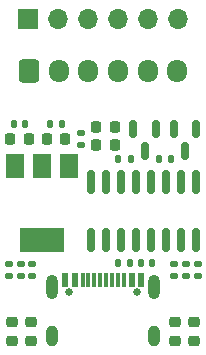
<source format=gbr>
%TF.GenerationSoftware,KiCad,Pcbnew,(6.0.0)*%
%TF.CreationDate,2022-08-06T00:01:33+02:00*%
%TF.ProjectId,bobby-flasher,626f6262-792d-4666-9c61-736865722e6b,rev?*%
%TF.SameCoordinates,Original*%
%TF.FileFunction,Soldermask,Top*%
%TF.FilePolarity,Negative*%
%FSLAX46Y46*%
G04 Gerber Fmt 4.6, Leading zero omitted, Abs format (unit mm)*
G04 Created by KiCad (PCBNEW (6.0.0)) date 2022-08-06 00:01:33*
%MOMM*%
%LPD*%
G01*
G04 APERTURE LIST*
G04 Aperture macros list*
%AMRoundRect*
0 Rectangle with rounded corners*
0 $1 Rounding radius*
0 $2 $3 $4 $5 $6 $7 $8 $9 X,Y pos of 4 corners*
0 Add a 4 corners polygon primitive as box body*
4,1,4,$2,$3,$4,$5,$6,$7,$8,$9,$2,$3,0*
0 Add four circle primitives for the rounded corners*
1,1,$1+$1,$2,$3*
1,1,$1+$1,$4,$5*
1,1,$1+$1,$6,$7*
1,1,$1+$1,$8,$9*
0 Add four rect primitives between the rounded corners*
20,1,$1+$1,$2,$3,$4,$5,0*
20,1,$1+$1,$4,$5,$6,$7,0*
20,1,$1+$1,$6,$7,$8,$9,0*
20,1,$1+$1,$8,$9,$2,$3,0*%
G04 Aperture macros list end*
%ADD10RoundRect,0.150000X-0.150000X0.587500X-0.150000X-0.587500X0.150000X-0.587500X0.150000X0.587500X0*%
%ADD11RoundRect,0.225000X0.225000X0.250000X-0.225000X0.250000X-0.225000X-0.250000X0.225000X-0.250000X0*%
%ADD12RoundRect,0.135000X-0.185000X0.135000X-0.185000X-0.135000X0.185000X-0.135000X0.185000X0.135000X0*%
%ADD13R,1.500000X2.000000*%
%ADD14R,3.800000X2.000000*%
%ADD15RoundRect,0.140000X-0.140000X-0.170000X0.140000X-0.170000X0.140000X0.170000X-0.140000X0.170000X0*%
%ADD16RoundRect,0.150000X0.150000X-0.825000X0.150000X0.825000X-0.150000X0.825000X-0.150000X-0.825000X0*%
%ADD17RoundRect,0.218750X0.256250X-0.218750X0.256250X0.218750X-0.256250X0.218750X-0.256250X-0.218750X0*%
%ADD18RoundRect,0.225000X-0.225000X-0.250000X0.225000X-0.250000X0.225000X0.250000X-0.225000X0.250000X0*%
%ADD19RoundRect,0.135000X0.135000X0.185000X-0.135000X0.185000X-0.135000X-0.185000X0.135000X-0.185000X0*%
%ADD20R,1.700000X1.700000*%
%ADD21O,1.700000X1.700000*%
%ADD22C,0.650000*%
%ADD23O,1.000000X2.100000*%
%ADD24O,1.000000X1.800000*%
%ADD25R,0.600000X1.150000*%
%ADD26R,0.300000X1.150000*%
%ADD27RoundRect,0.140000X-0.170000X0.140000X-0.170000X-0.140000X0.170000X-0.140000X0.170000X0.140000X0*%
%ADD28RoundRect,0.250000X-0.600000X-0.725000X0.600000X-0.725000X0.600000X0.725000X-0.600000X0.725000X0*%
%ADD29O,1.700000X1.950000*%
%ADD30RoundRect,0.140000X0.140000X0.170000X-0.140000X0.170000X-0.140000X-0.170000X0.140000X-0.170000X0*%
%ADD31RoundRect,0.135000X-0.135000X-0.185000X0.135000X-0.185000X0.135000X0.185000X-0.135000X0.185000X0*%
G04 APERTURE END LIST*
D10*
%TO.C,Q2*%
X7850000Y-62262500D03*
X5950000Y-62262500D03*
X6900000Y-64137500D03*
%TD*%
%TO.C,Q1*%
X4450000Y-62262500D03*
X2550000Y-62262500D03*
X3500000Y-64137500D03*
%TD*%
D11*
%TO.C,C8*%
X975000Y-62100000D03*
X-575000Y-62100000D03*
%TD*%
D12*
%TO.C,R6*%
X-7000000Y-73690000D03*
X-7000000Y-74710000D03*
%TD*%
%TO.C,R2*%
X7000000Y-73690000D03*
X7000000Y-74710000D03*
%TD*%
D13*
%TO.C,U2*%
X-2900000Y-65350000D03*
X-5200000Y-65350000D03*
D14*
X-5200000Y-71650000D03*
D13*
X-7500000Y-65350000D03*
%TD*%
D15*
%TO.C,C3*%
X3170000Y-73600000D03*
X4130000Y-73600000D03*
%TD*%
D16*
%TO.C,U1*%
X-1045000Y-71675000D03*
X225000Y-71675000D03*
X1495000Y-71675000D03*
X2765000Y-71675000D03*
X4035000Y-71675000D03*
X5305000Y-71675000D03*
X6575000Y-71675000D03*
X7845000Y-71675000D03*
X7845000Y-66725000D03*
X6575000Y-66725000D03*
X5305000Y-66725000D03*
X4035000Y-66725000D03*
X2765000Y-66725000D03*
X1495000Y-66725000D03*
X225000Y-66725000D03*
X-1045000Y-66725000D03*
%TD*%
D12*
%TO.C,R8*%
X6000000Y-73690000D03*
X6000000Y-74710000D03*
%TD*%
D17*
%TO.C,D3*%
X6100000Y-80175000D03*
X6100000Y-78600000D03*
%TD*%
D18*
%TO.C,C2*%
X-7875000Y-63100000D03*
X-6325000Y-63100000D03*
%TD*%
D19*
%TO.C,R3*%
X2260000Y-73600000D03*
X1240000Y-73600000D03*
%TD*%
D15*
%TO.C,C1*%
X-7580000Y-61800000D03*
X-6620000Y-61800000D03*
%TD*%
D18*
%TO.C,C5*%
X-4775000Y-63100000D03*
X-3225000Y-63100000D03*
%TD*%
D20*
%TO.C,J2*%
X-6350000Y-52900000D03*
D21*
X-3810000Y-52900000D03*
X-1270000Y-52900000D03*
X1270000Y-52900000D03*
X3810000Y-52900000D03*
X6350000Y-52900000D03*
%TD*%
D17*
%TO.C,D1*%
X-6100000Y-80187500D03*
X-6100000Y-78612500D03*
%TD*%
D12*
%TO.C,R9*%
X8000000Y-73690000D03*
X8000000Y-74710000D03*
%TD*%
D22*
%TO.C,USBC1*%
X-2890000Y-76090000D03*
X2890000Y-76090000D03*
D23*
X-4320000Y-75590000D03*
D24*
X-4320000Y-79770000D03*
X4320000Y-79770000D03*
D23*
X4320000Y-75590000D03*
D25*
X-3200000Y-75030000D03*
X-2400000Y-75030000D03*
D26*
X-1250000Y-75030000D03*
X-250000Y-75030000D03*
X250000Y-75030000D03*
X1250000Y-75030000D03*
D25*
X3200000Y-75030000D03*
X2400000Y-75030000D03*
D26*
X1750000Y-75030000D03*
X750000Y-75030000D03*
X-750000Y-75030000D03*
X-1750000Y-75030000D03*
%TD*%
D19*
%TO.C,R5*%
X5720000Y-64800000D03*
X4700000Y-64800000D03*
%TD*%
D27*
%TO.C,C4*%
X-1900000Y-62620000D03*
X-1900000Y-63580000D03*
%TD*%
D17*
%TO.C,D2*%
X-7700000Y-80187500D03*
X-7700000Y-78612500D03*
%TD*%
D28*
%TO.C,J3*%
X-6250000Y-57375000D03*
D29*
X-3750000Y-57375000D03*
X-1250000Y-57375000D03*
X1250000Y-57375000D03*
X3750000Y-57375000D03*
X6250000Y-57375000D03*
%TD*%
D18*
%TO.C,C7*%
X975000Y-63600000D03*
X-575000Y-63600000D03*
%TD*%
D30*
%TO.C,C6*%
X-3520000Y-61800000D03*
X-4480000Y-61800000D03*
%TD*%
D31*
%TO.C,R4*%
X1290000Y-64800000D03*
X2310000Y-64800000D03*
%TD*%
D17*
%TO.C,D4*%
X7700000Y-80187500D03*
X7700000Y-78612500D03*
%TD*%
D12*
%TO.C,R7*%
X-8000000Y-73690000D03*
X-8000000Y-74710000D03*
%TD*%
%TO.C,R1*%
X-6000000Y-73690000D03*
X-6000000Y-74710000D03*
%TD*%
M02*

</source>
